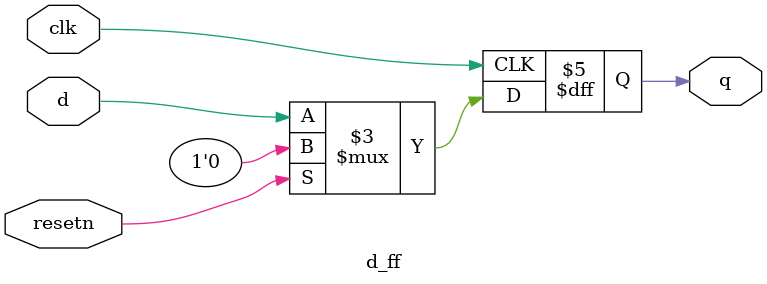
<source format=v>
module d_ff(clk, resetn, q, d);
    input clk;
    input resetn;
    input d;
    output q;

    reg q;

    always @ (posedge clk) begin
        if (resetn)
            q <= 0;
        else
            q <= d;
    end
endmodule


</source>
